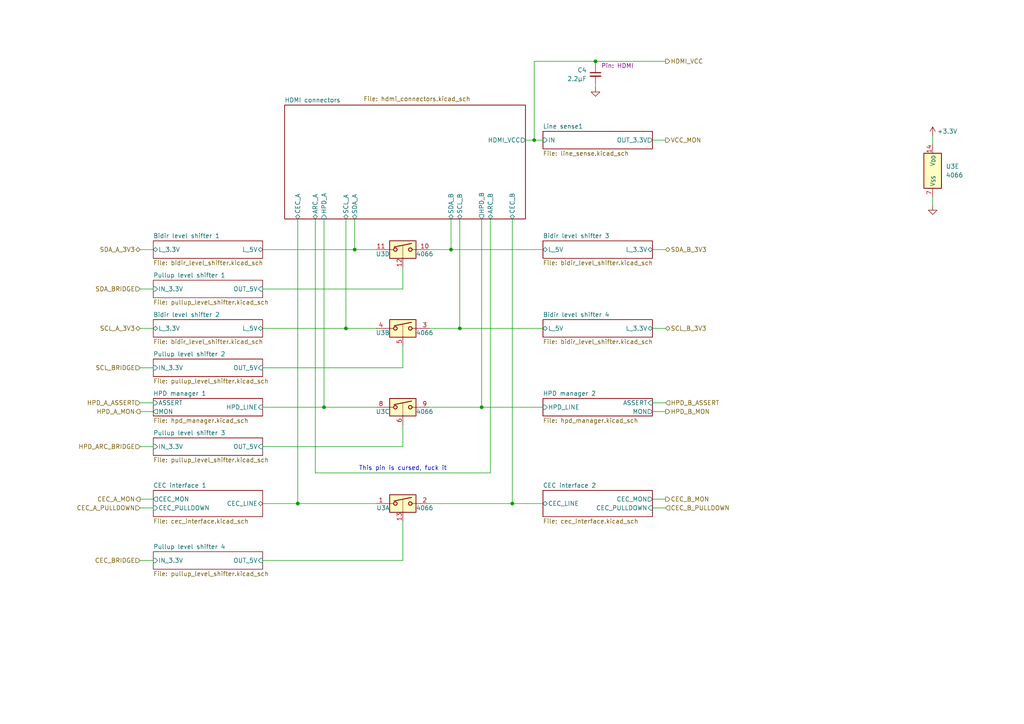
<source format=kicad_sch>
(kicad_sch (version 20250114) (generator "eeschema") (generator_version "9.0")
  (paper "A4")
  (lib_symbols
    (symbol "Analog_Switch:CD4066BE"
      (property "Reference" "U" (at -5.08 3.81 0))
      (property "Value" "CD4066BE" (at 7.62 3.81 0))
      (symbol "CD4066BE_1_1"
        (polyline (pts (xy -5.08 0) (xy -2.794 0)))
        (rectangle (start -3.81 2.54) (end 3.81 -2.54) (stroke (width 0.254)) (fill (type background)))
        (polyline (pts (xy -2.54 0.762) (xy 2.54 1.778)) (stroke (width 0.254)))
        (circle (center -2.159 0) (radius 0.508) (stroke (width 0.254)))
        (polyline (pts (xy 0 0.762) (xy 0 1.016)))
        (polyline (pts (xy 0 0.254) (xy 0 0.508)))
        (polyline (pts (xy 0 -0.254) (xy 0 0)))
        (polyline (pts (xy 0 -0.762) (xy 0 -0.508)))
        (polyline (pts (xy 0 -1.27) (xy 0 -1.016)))
        (polyline (pts (xy 0 -1.778) (xy 0 -1.524)))
        (polyline (pts (xy 0 -2.54) (xy 0 -2.032)))
        (circle (center 2.159 0) (radius 0.508) (stroke (width 0.254)))
        (polyline (pts (xy 5.08 0) (xy 2.794 0)))
        (pin bidirectional line (at -7.62 0 0) (length 2.54) (name "~") (number "1"))
        (pin input line (at 0 -5.08 90) (length 2.54) (name "~") (number "13"))
        (pin bidirectional line (at 7.62 0 180) (length 2.54) (name "~") (number "2"))
      )
      (symbol "CD4066BE_2_1"
        (polyline (pts (xy -5.08 0) (xy -2.794 0)))
        (rectangle (start -3.81 2.54) (end 3.81 -2.54) (stroke (width 0.254)) (fill (type background)))
        (polyline (pts (xy -2.54 0.762) (xy 2.54 1.778)) (stroke (width 0.254)))
        (circle (center -2.159 0) (radius 0.508) (stroke (width 0.254)))
        (polyline (pts (xy 0 0.762) (xy 0 1.016)))
        (polyline (pts (xy 0 0.254) (xy 0 0.508)))
        (polyline (pts (xy 0 -0.254) (xy 0 0)))
        (polyline (pts (xy 0 -0.762) (xy 0 -0.508)))
        (polyline (pts (xy 0 -1.27) (xy 0 -1.016)))
        (polyline (pts (xy 0 -1.778) (xy 0 -1.524)))
        (polyline (pts (xy 0 -2.54) (xy 0 -2.032)))
        (circle (center 2.159 0) (radius 0.508) (stroke (width 0.254)))
        (polyline (pts (xy 5.08 0) (xy 2.794 0)))
        (pin bidirectional line (at -7.62 0 0) (length 2.54) (name "~") (number "4"))
        (pin input line (at 0 -5.08 90) (length 2.54) (name "~") (number "5"))
        (pin bidirectional line (at 7.62 0 180) (length 2.54) (name "~") (number "3"))
      )
      (symbol "CD4066BE_3_1"
        (polyline (pts (xy -5.08 0) (xy -2.794 0)))
        (rectangle (start -3.81 2.54) (end 3.81 -2.54) (stroke (width 0.254)) (fill (type background)))
        (polyline (pts (xy -2.54 0.762) (xy 2.54 1.778)) (stroke (width 0.254)))
        (circle (center -2.159 0) (radius 0.508) (stroke (width 0.254)))
        (polyline (pts (xy 0 0.762) (xy 0 1.016)))
        (polyline (pts (xy 0 0.254) (xy 0 0.508)))
        (polyline (pts (xy 0 -0.254) (xy 0 0)))
        (polyline (pts (xy 0 -0.762) (xy 0 -0.508)))
        (polyline (pts (xy 0 -1.27) (xy 0 -1.016)))
        (polyline (pts (xy 0 -1.778) (xy 0 -1.524)))
        (polyline (pts (xy 0 -2.54) (xy 0 -2.032)))
        (circle (center 2.159 0) (radius 0.508) (stroke (width 0.254)))
        (polyline (pts (xy 5.08 0) (xy 2.794 0)))
        (pin bidirectional line (at -7.62 0 0) (length 2.54) (name "~") (number "8"))
        (pin input line (at 0 -5.08 90) (length 2.54) (name "~") (number "6"))
        (pin bidirectional line (at 7.62 0 180) (length 2.54) (name "~") (number "9"))
      )
      (symbol "CD4066BE_4_1"
        (polyline (pts (xy -5.08 0) (xy -2.794 0)))
        (rectangle (start -3.81 2.54) (end 3.81 -2.54) (stroke (width 0.254)) (fill (type background)))
        (polyline (pts (xy -2.54 0.762) (xy 2.54 1.778)) (stroke (width 0.254)))
        (circle (center -2.159 0) (radius 0.508) (stroke (width 0.254)))
        (polyline (pts (xy 0 0.762) (xy 0 1.016)))
        (polyline (pts (xy 0 0.254) (xy 0 0.508)))
        (polyline (pts (xy 0 -0.254) (xy 0 0)))
        (polyline (pts (xy 0 -0.762) (xy 0 -0.508)))
        (polyline (pts (xy 0 -1.27) (xy 0 -1.016)))
        (polyline (pts (xy 0 -1.778) (xy 0 -1.524)))
        (polyline (pts (xy 0 -2.54) (xy 0 -2.032)))
        (circle (center 2.159 0) (radius 0.508) (stroke (width 0.254)))
        (polyline (pts (xy 5.08 0) (xy 2.794 0)))
        (pin bidirectional line (at -7.62 0 0) (length 2.54) (name "~") (number "11"))
        (pin input line (at 0 -5.08 90) (length 2.54) (name "~") (number "12"))
        (pin bidirectional line (at 7.62 0 180) (length 2.54) (name "~") (number "10"))
      )
      (symbol "CD4066BE_5_1"
        (rectangle (start -2.54 5.08) (end 2.54 -5.08) (stroke (width 0.254)) (fill (type background)))
        (pin power_in line (at 0 7.62 270) (length 2.54) (name "V_{DD}") (number "14"))
        (pin power_in line (at 0 -7.62 90) (length 2.54) (name "V_{SS}") (number "7"))
      )
    )
    (symbol "Device:C_Small" (pin_numbers (hide yes)) (pin_names (offset 0.254) (hide yes))
      (property "Reference" "C" (at 0.254 1.778 0))
      (property "Value" "C_Small" (at 0.254 -2.032 0))
      (symbol "C_Small_0_1"
        (polyline (pts (xy -1.524 0.508) (xy 1.524 0.508)) (stroke (width 0.3048)))
        (polyline (pts (xy -1.524 -0.508) (xy 1.524 -0.508)) (stroke (width 0.3302)))
      )
      (symbol "C_Small_1_1"
        (pin passive line (at 0 2.54 270) (length 2.032) (name "~") (number "1"))
        (pin passive line (at 0 -2.54 90) (length 2.032) (name "~") (number "2"))
      )
    )
    (symbol "power:+3.3V" (power) (pin_numbers (hide yes)) (pin_names (offset 0) (hide yes))
      (property "Value" "+3.3V" (at 0 3.556 0))
      (symbol "+3.3V_0_1"
        (polyline (pts (xy -0.762 1.27) (xy 0 2.54)))
        (polyline (pts (xy 0 2.54) (xy 0.762 1.27)))
        (polyline (pts (xy 0 0) (xy 0 2.54)))
      )
      (symbol "+3.3V_1_1"
        (pin power_in line (at 0 0 90) (length 0) (name "~") (number "1"))
      )
    )
    (symbol "power:GND" (power) (pin_numbers (hide yes)) (pin_names (offset 0) (hide yes))
      (property "Value" "GND" (at 0 -3.81 0))
      (symbol "GND_0_1"
        (polyline (pts (xy 0 0) (xy 0 -1.27) (xy 1.27 -1.27) (xy 0 -2.54) (xy -1.27 -1.27) (xy 0 -1.27)))
      )
      (symbol "GND_1_1"
        (pin power_in line (at 0 0 270) (length 0) (name "~") (number "1"))
      )
    )
  )
  (text "This pin is cursed, fuck it" (at 116.84 135.89 0) (effects (font (size 1.27 1.27))))
  (junction (at 172.72 17.78))
  (junction (at 93.98 118.11))
  (junction (at 133.35 95.25))
  (junction (at 139.7 118.11))
  (junction (at 100.33 95.25))
  (junction (at 102.87 72.39))
  (junction (at 130.81 72.39))
  (junction (at 148.59 146.05))
  (junction (at 86.36 146.05))
  (junction (at 154.94 40.64))
  (wire (pts (xy 76.2 95.25) (xy 100.33 95.25)))
  (wire (pts (xy 270.51 57.15) (xy 270.51 59.69)))
  (wire (pts (xy 133.35 95.25) (xy 157.48 95.25)))
  (wire (pts (xy 189.23 147.32) (xy 193.04 147.32)))
  (wire (pts (xy 93.98 118.11) (xy 109.22 118.11)))
  (wire (pts (xy 100.33 95.25) (xy 100.33 63.5)))
  (wire (pts (xy 172.72 17.78) (xy 172.72 19.05)))
  (wire (pts (xy 189.23 119.38) (xy 193.04 119.38)))
  (wire (pts (xy 124.46 95.25) (xy 133.35 95.25)))
  (wire (pts (xy 193.04 116.84) (xy 189.23 116.84)))
  (wire (pts (xy 76.2 72.39) (xy 102.87 72.39)))
  (wire (pts (xy 172.72 17.78) (xy 193.04 17.78)))
  (wire (pts (xy 270.51 39.37) (xy 270.51 41.91)))
  (wire (pts (xy 172.72 24.13) (xy 172.72 25.4)))
  (wire (pts (xy 76.2 83.82) (xy 116.84 83.82)))
  (wire (pts (xy 116.84 162.56) (xy 116.84 151.13)))
  (wire (pts (xy 154.94 40.64) (xy 154.94 17.78)))
  (wire (pts (xy 189.23 40.64) (xy 193.04 40.64)))
  (wire (pts (xy 40.64 95.25) (xy 44.45 95.25)))
  (wire (pts (xy 133.35 95.25) (xy 133.35 63.5)))
  (wire (pts (xy 154.94 17.78) (xy 172.72 17.78)))
  (wire (pts (xy 148.59 63.5) (xy 148.59 146.05)))
  (wire (pts (xy 86.36 146.05) (xy 86.36 63.5)))
  (wire (pts (xy 40.64 147.32) (xy 44.45 147.32)))
  (wire (pts (xy 124.46 146.05) (xy 148.59 146.05)))
  (wire (pts (xy 40.64 83.82) (xy 44.45 83.82)))
  (wire (pts (xy 116.84 77.47) (xy 116.84 83.82)))
  (wire (pts (xy 139.7 63.5) (xy 139.7 118.11)))
  (wire (pts (xy 40.64 119.38) (xy 44.45 119.38)))
  (wire (pts (xy 76.2 146.05) (xy 86.36 146.05)))
  (wire (pts (xy 124.46 118.11) (xy 139.7 118.11)))
  (wire (pts (xy 152.4 40.64) (xy 154.94 40.64)))
  (wire (pts (xy 100.33 95.25) (xy 109.22 95.25)))
  (wire (pts (xy 130.81 63.5) (xy 130.81 72.39)))
  (wire (pts (xy 40.64 106.68) (xy 44.45 106.68)))
  (wire (pts (xy 76.2 162.56) (xy 116.84 162.56)))
  (wire (pts (xy 130.81 72.39) (xy 124.46 72.39)))
  (wire (pts (xy 189.23 72.39) (xy 193.04 72.39)))
  (wire (pts (xy 40.64 72.39) (xy 44.45 72.39)))
  (wire (pts (xy 154.94 40.64) (xy 157.48 40.64)))
  (wire (pts (xy 109.22 146.05) (xy 86.36 146.05)))
  (wire (pts (xy 102.87 72.39) (xy 102.87 63.5)))
  (wire (pts (xy 189.23 144.78) (xy 193.04 144.78)))
  (wire (pts (xy 130.81 72.39) (xy 157.48 72.39)))
  (wire (pts (xy 139.7 118.11) (xy 157.48 118.11)))
  (wire (pts (xy 76.2 118.11) (xy 93.98 118.11)))
  (wire (pts (xy 40.64 144.78) (xy 44.45 144.78)))
  (wire (pts (xy 116.84 129.54) (xy 116.84 123.19)))
  (wire (pts (xy 40.64 162.56) (xy 44.45 162.56)))
  (wire (pts (xy 189.23 95.25) (xy 193.04 95.25)))
  (wire (pts (xy 76.2 106.68) (xy 116.84 106.68)))
  (wire (pts (xy 76.2 129.54) (xy 116.84 129.54)))
  (wire (pts (xy 142.24 137.16) (xy 91.44 137.16)))
  (wire (pts (xy 93.98 63.5) (xy 93.98 118.11)))
  (wire (pts (xy 40.64 116.84) (xy 44.45 116.84)))
  (wire (pts (xy 142.24 63.5) (xy 142.24 137.16)))
  (wire (pts (xy 91.44 137.16) (xy 91.44 63.5)))
  (wire (pts (xy 148.59 146.05) (xy 157.48 146.05)))
  (wire (pts (xy 109.22 72.39) (xy 102.87 72.39)))
  (wire (pts (xy 40.64 129.54) (xy 44.45 129.54)))
  (wire (pts (xy 116.84 100.33) (xy 116.84 106.68)))
  (hierarchical_label "VCC_MON" (shape output) (at 193.04 40.64 0))
  (hierarchical_label "HPD_A_ASSERT" (shape input) (at 40.64 116.84 180))
  (hierarchical_label "CEC_A_PULLDOWN" (shape input) (at 40.64 147.32 180))
  (hierarchical_label "CEC_B_PULLDOWN" (shape input) (at 193.04 147.32 0))
  (hierarchical_label "SCL_BRIDGE" (shape input) (at 40.64 106.68 180))
  (hierarchical_label "SDA_BRIDGE" (shape input) (at 40.64 83.82 180))
  (hierarchical_label "CEC_A_MON" (shape output) (at 40.64 144.78 180))
  (hierarchical_label "SCL_A_3V3" (shape bidirectional) (at 40.64 95.25 180))
  (hierarchical_label "SCL_B_3V3" (shape bidirectional) (at 193.04 95.25 0))
  (hierarchical_label "HPD_B_MON" (shape output) (at 193.04 119.38 0))
  (hierarchical_label "CEC_B_MON" (shape output) (at 193.04 144.78 0))
  (hierarchical_label "SDA_B_3V3" (shape bidirectional) (at 193.04 72.39 0))
  (hierarchical_label "HPD_A_MON" (shape output) (at 40.64 119.38 180))
  (hierarchical_label "SDA_A_3V3" (shape bidirectional) (at 40.64 72.39 180))
  (hierarchical_label "HPD_ARC_BRIDGE" (shape input) (at 40.64 129.54 180))
  (hierarchical_label "CEC_BRIDGE" (shape input) (at 40.64 162.56 180))
  (hierarchical_label "HPD_B_ASSERT" (shape input) (at 193.04 116.84 0))
  (hierarchical_label "HDMI_VCC" (shape output) (at 193.04 17.78 0))
  (symbol (lib_id "Analog_Switch:CD4066BE") (at 270.51 49.53 0) (unit 5)
    (property "Reference" "U3" (at 274.32 48.2599 0) (effects (justify left)))
    (property "Value" "4066" (at 274.32 50.7999 0) (effects (justify left)))
    (property "Footprint" "Package_SO:SO-14_3.9x8.65mm_P1.27mm" (effects (hide yes)))
    (property "Datasheet" "https://www.ti.com/lit/ds/symlink/cd4066b.pdf" (effects (hide yes)))
    (property "Description" "Quad 20V analog SPST 1:1 switch, DIP-14" (effects (hide yes)))
    (property "LCSC" "C512770" (effects (hide yes)))
    (property "MPN" "CD4066BM/TR" (effects (hide yes)))
  )
  (symbol (lib_id "Analog_Switch:CD4066BE") (at 116.84 95.25 0) (unit 2)
    (property "Reference" "U3" (at 113.03 96.52 0) (effects (justify right)))
    (property "Value" "4066" (at 120.65 96.52 0) (effects (justify left)))
    (property "Footprint" "Package_SO:SO-14_3.9x8.65mm_P1.27mm" (effects (hide yes)))
    (property "Datasheet" "https://www.ti.com/lit/ds/symlink/cd4066b.pdf" (effects (hide yes)))
    (property "Description" "Quad 20V analog SPST 1:1 switch, DIP-14" (effects (hide yes)))
    (property "MPN" "CD4066BM/TR" (effects (hide yes)))
    (property "LCSC" "C512770" (effects (hide yes)))
  )
  (symbol (lib_id "power:GND") (at 270.51 59.69 0) (unit 1)
    (property "Reference" "#PWR027" (effects (hide yes)))
    (property "Value" "GND" (effects (hide yes)))
    (property "Description" "Power symbol creates a global label with name \"GND\" , ground" (effects (hide yes)))
  )
  (symbol (lib_id "power:GND") (at 172.72 25.4 0) (unit 1)
    (property "Reference" "#PWR025" (effects (hide yes)))
    (property "Value" "GND" (effects (hide yes)))
    (property "Description" "Power symbol creates a global label with name \"GND\" , ground" (effects (hide yes)))
  )
  (symbol (lib_id "Analog_Switch:CD4066BE") (at 116.84 72.39 0) (unit 4)
    (property "Reference" "U3" (at 113.03 73.66 0) (effects (justify right)))
    (property "Value" "4066" (at 120.65 73.66 0) (effects (justify left)))
    (property "Footprint" "Package_SO:SO-14_3.9x8.65mm_P1.27mm" (effects (hide yes)))
    (property "Datasheet" "https://www.ti.com/lit/ds/symlink/cd4066b.pdf" (effects (hide yes)))
    (property "Description" "Quad 20V analog SPST 1:1 switch, DIP-14" (effects (hide yes)))
    (property "LCSC" "C512770" (effects (hide yes)))
    (property "MPN" "CD4066BM/TR" (effects (hide yes)))
  )
  (symbol (lib_id "power:+3.3V") (at 270.51 39.37 0) (unit 1)
    (property "Reference" "#PWR026" (effects (hide yes)))
    (property "Value" "+3.3V" (at 271.78 38.1 0) (effects (justify left)))
    (property "Description" "Power symbol creates a global label with name \"+3.3V\"" (effects (hide yes)))
  )
  (symbol (lib_id "Analog_Switch:CD4066BE") (at 116.84 146.05 0) (unit 1)
    (property "Reference" "U3" (at 113.03 147.32 0) (effects (justify right)))
    (property "Value" "4066" (at 120.65 147.32 0) (effects (justify left)))
    (property "Footprint" "Package_SO:SO-14_3.9x8.65mm_P1.27mm" (effects (hide yes)))
    (property "Datasheet" "https://www.ti.com/lit/ds/symlink/cd4066b.pdf" (effects (hide yes)))
    (property "Description" "Quad 20V analog SPST 1:1 switch, DIP-14" (effects (hide yes)))
    (property "LCSC" "C512770" (effects (hide yes)))
    (property "MPN" "CD4066BM/TR" (effects (hide yes)))
  )
  (symbol (lib_id "Analog_Switch:CD4066BE") (at 116.84 118.11 0) (unit 3)
    (property "Reference" "U3" (at 113.03 119.38 0) (effects (justify right)))
    (property "Value" "4066" (at 120.65 119.38 0) (effects (justify left)))
    (property "Footprint" "Package_SO:SO-14_3.9x8.65mm_P1.27mm" (effects (hide yes)))
    (property "Datasheet" "https://www.ti.com/lit/ds/symlink/cd4066b.pdf" (effects (hide yes)))
    (property "Description" "Quad 20V analog SPST 1:1 switch, DIP-14" (effects (hide yes)))
    (property "LCSC" "C512770" (effects (hide yes)))
    (property "MPN" "CD4066BM/TR" (effects (hide yes)))
  )
  (symbol (lib_id "Device:C_Small") (at 172.72 21.59 0) (mirror y) (unit 1)
    (property "Reference" "C4" (at 170.18 20.3262 0) (effects (justify left)))
    (property "Value" "2.2μF" (at 170.18 22.8662 0) (effects (justify left)))
    (property "Footprint" "Capacitor_SMD:C_0805_2012Metric" (effects (hide yes)))
    (property "Description" "Unpolarized capacitor, small symbol" (effects (hide yes)))
    (property "LCSC" "C377773" (effects (hide yes)))
    (property "MPN" "C 2.2μF 25V 0805" (effects (hide yes)))
    (property "Pin" "HDMI" (at 179.07 19.05 0) (show_name yes))
  )
  (sheet (at 157.48 115.57) (size 31.75 5.08) (stroke (width 0.1524))
    (property "Sheetname" "HPD manager 2" (at 157.48 114.8584 0) (effects (justify left bottom)))
    (property "Sheetfile" "hpd_manager.kicad_sch" (at 157.48 121.2346 0) (effects (justify left top)))
    (pin "ASSERT" input (at 189.23 116.84 0))
    (pin "HPD_LINE" input (at 157.48 118.11 180))
    (pin "MON" output (at 189.23 119.38 0))
  )
  (sheet (at 44.45 115.57) (size 31.75 5.08) (stroke (width 0.1524))
    (property "Sheetname" "HPD manager 1" (at 44.45 114.8584 0) (effects (justify left bottom)))
    (property "Sheetfile" "hpd_manager.kicad_sch" (at 44.45 121.2346 0) (effects (justify left top)))
    (pin "ASSERT" input (at 44.45 116.84 180))
    (pin "HPD_LINE" input (at 76.2 118.11 0))
    (pin "MON" output (at 44.45 119.38 180))
  )
  (sheet (at 82.55 30.48) (size 69.85 33.02) (stroke (width 0.1524))
    (property "Sheetname" "HDMI connectors" (at 82.55 29.7684 0) (effects (justify left bottom)))
    (property "Sheetfile" "hdmi_connectors.kicad_sch" (at 105.41 27.94 0) (effects (justify left top)))
    (pin "ARC_B" bidirectional (at 142.24 63.5 270))
    (pin "ARC_A" bidirectional (at 91.44 63.5 270))
    (pin "CEC_B" bidirectional (at 148.59 63.5 270))
    (pin "CEC_A" bidirectional (at 86.36 63.5 270))
    (pin "HDMI_VCC" output (at 152.4 40.64 0))
    (pin "HPD_B" output (at 139.7 63.5 270))
    (pin "HPD_A" input (at 93.98 63.5 270))
    (pin "SCL_B" bidirectional (at 133.35 63.5 270))
    (pin "SCL_A" bidirectional (at 100.33 63.5 270))
    (pin "SDA_B" bidirectional (at 130.81 63.5 270))
    (pin "SDA_A" bidirectional (at 102.87 63.5 270))
  )
  (sheet (at 44.45 127) (size 31.75 5.08) (stroke (width 0.1524))
    (property "Sheetname" "Pullup level shifter 3" (at 44.45 126.2884 0) (effects (justify left bottom)))
    (property "Sheetfile" "pullup_level_shifter.kicad_sch" (at 44.45 132.6646 0) (effects (justify left top)))
    (pin "IN_3.3V" input (at 44.45 129.54 180))
    (pin "OUT_5V" input (at 76.2 129.54 0))
  )
  (sheet (at 157.48 38.1) (size 31.75 5.08) (stroke (width 0.1524))
    (property "Sheetname" "Line sense1" (at 157.48 37.3884 0) (effects (justify left bottom)))
    (property "Sheetfile" "line_sense.kicad_sch" (at 157.48 43.7646 0) (effects (justify left top)))
    (pin "IN" input (at 157.48 40.64 180))
    (pin "OUT_3.3V" output (at 189.23 40.64 0))
  )
  (sheet (at 44.45 92.71) (size 31.75 5.08) (stroke (width 0.1524))
    (property "Sheetname" "Bidir level shifter 2" (at 44.45 91.9984 0) (effects (justify left bottom)))
    (property "Sheetfile" "bidir_level_shifter.kicad_sch" (at 44.45 98.3746 0) (effects (justify left top)))
    (pin "L_3.3V" bidirectional (at 44.45 95.25 180))
    (pin "L_5V" bidirectional (at 76.2 95.25 0))
  )
  (sheet (at 44.45 81.28) (size 31.75 5.08) (stroke (width 0.1524))
    (property "Sheetname" "Pullup level shifter 1" (at 44.45 80.5684 0) (effects (justify left bottom)))
    (property "Sheetfile" "pullup_level_shifter.kicad_sch" (at 44.45 86.9446 0) (effects (justify left top)))
    (pin "IN_3.3V" input (at 44.45 83.82 180))
    (pin "OUT_5V" input (at 76.2 83.82 0))
  )
  (sheet (at 44.45 142.24) (size 31.75 7.62) (stroke (width 0.1524))
    (property "Sheetname" "CEC interface 1" (at 44.45 141.5284 0) (effects (justify left bottom)))
    (property "Sheetfile" "cec_interface.kicad_sch" (at 44.45 150.4446 0) (effects (justify left top)))
    (pin "CEC_LINE" bidirectional (at 76.2 146.05 0))
    (pin "CEC_MON" output (at 44.45 144.78 180))
    (pin "CEC_PULLDOWN" input (at 44.45 147.32 180))
  )
  (sheet (at 44.45 160.02) (size 31.75 5.08) (stroke (width 0.1524))
    (property "Sheetname" "Pullup level shifter 4" (at 44.45 159.3084 0) (effects (justify left bottom)))
    (property "Sheetfile" "pullup_level_shifter.kicad_sch" (at 44.45 165.6846 0) (effects (justify left top)))
    (pin "IN_3.3V" input (at 44.45 162.56 180))
    (pin "OUT_5V" input (at 76.2 162.56 0))
  )
  (sheet (at 157.48 142.24) (size 31.75 7.62) (stroke (width 0.1524))
    (property "Sheetname" "CEC interface 2" (at 157.48 141.5284 0) (effects (justify left bottom)))
    (property "Sheetfile" "cec_interface.kicad_sch" (at 157.48 150.4446 0) (effects (justify left top)))
    (pin "CEC_LINE" bidirectional (at 157.48 146.05 180))
    (pin "CEC_MON" output (at 189.23 144.78 0))
    (pin "CEC_PULLDOWN" input (at 189.23 147.32 0))
  )
  (sheet (at 44.45 104.14) (size 31.75 5.08) (stroke (width 0.1524))
    (property "Sheetname" "Pullup level shifter 2" (at 44.45 103.4284 0) (effects (justify left bottom)))
    (property "Sheetfile" "pullup_level_shifter.kicad_sch" (at 44.45 109.8046 0) (effects (justify left top)))
    (pin "IN_3.3V" input (at 44.45 106.68 180))
    (pin "OUT_5V" input (at 76.2 106.68 0))
  )
  (sheet (at 44.45 69.85) (size 31.75 5.08) (stroke (width 0.1524))
    (property "Sheetname" "Bidir level shifter 1" (at 44.45 69.1384 0) (effects (justify left bottom)))
    (property "Sheetfile" "bidir_level_shifter.kicad_sch" (at 44.45 75.5146 0) (effects (justify left top)))
    (pin "L_3.3V" bidirectional (at 44.45 72.39 180))
    (pin "L_5V" bidirectional (at 76.2 72.39 0))
  )
  (sheet (at 157.48 92.71) (size 31.75 5.08) (stroke (width 0.1524))
    (property "Sheetname" "Bidir level shifter 4" (at 157.48 91.9984 0) (effects (justify left bottom)))
    (property "Sheetfile" "bidir_level_shifter.kicad_sch" (at 157.48 98.3746 0) (effects (justify left top)))
    (pin "L_3.3V" bidirectional (at 189.23 95.25 0))
    (pin "L_5V" bidirectional (at 157.48 95.25 180))
  )
  (sheet (at 157.48 69.85) (size 31.75 5.08) (stroke (width 0.1524))
    (property "Sheetname" "Bidir level shifter 3" (at 157.48 69.1384 0) (effects (justify left bottom)))
    (property "Sheetfile" "bidir_level_shifter.kicad_sch" (at 157.48 75.5146 0) (effects (justify left top)))
    (pin "L_3.3V" bidirectional (at 189.23 72.39 0))
    (pin "L_5V" bidirectional (at 157.48 72.39 180))
  )
)
</source>
